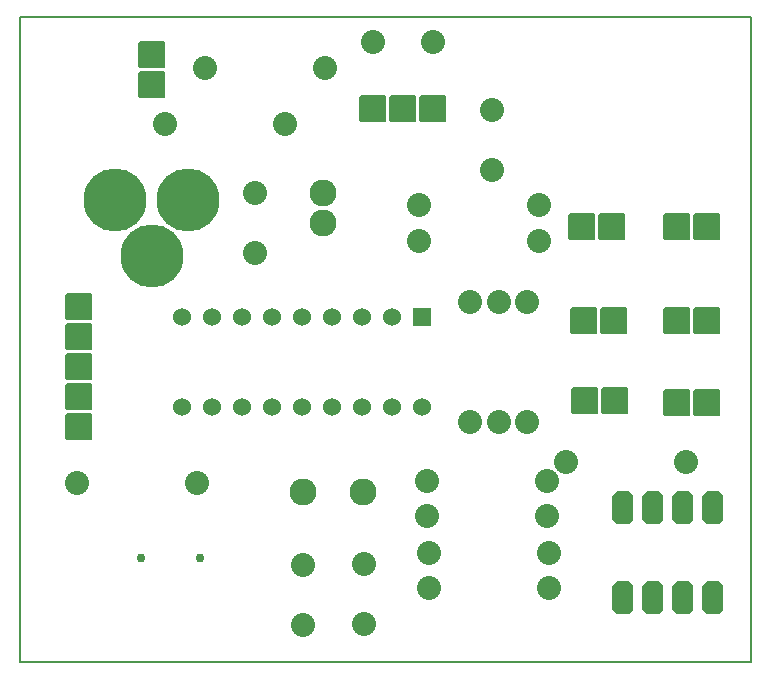
<source format=gbr>
G04 PROTEUS RS274X GERBER FILE*
%FSLAX45Y45*%
%MOMM*%
G01*
%AMPPAD012*
4,1,36,
0.635000,-0.762000,
-0.635000,-0.762000,
-0.660970,-0.759470,
-0.684980,-0.752200,
-0.706580,-0.740650,
-0.725290,-0.725290,
-0.740650,-0.706570,
-0.752200,-0.684980,
-0.759470,-0.660970,
-0.762000,-0.635000,
-0.762000,0.635000,
-0.759470,0.660970,
-0.752200,0.684980,
-0.740650,0.706570,
-0.725290,0.725290,
-0.706580,0.740650,
-0.684980,0.752200,
-0.660970,0.759470,
-0.635000,0.762000,
0.635000,0.762000,
0.660970,0.759470,
0.684980,0.752200,
0.706580,0.740650,
0.725290,0.725290,
0.740650,0.706570,
0.752200,0.684980,
0.759470,0.660970,
0.762000,0.635000,
0.762000,-0.635000,
0.759470,-0.660970,
0.752200,-0.684980,
0.740650,-0.706570,
0.725290,-0.725290,
0.706580,-0.740650,
0.684980,-0.752200,
0.660970,-0.759470,
0.635000,-0.762000,
0*%
%ADD20PPAD012*%
%ADD21C,1.524000*%
%ADD14C,2.032000*%
%ADD22C,2.286000*%
%AMPPAD015*
4,1,8,
-0.509800,1.397000,
0.509800,1.397000,
0.889000,1.017800,
0.889000,-1.017800,
0.509800,-1.397000,
-0.509800,-1.397000,
-0.889000,-1.017800,
-0.889000,1.017800,
-0.509800,1.397000,
0*%
%ADD23PPAD015*%
%AMPPAD016*
4,1,36,
-1.016000,1.143000,
1.016000,1.143000,
1.041970,1.140470,
1.065980,1.133200,
1.087580,1.121650,
1.106290,1.106290,
1.121650,1.087570,
1.133200,1.065980,
1.140470,1.041970,
1.143000,1.016000,
1.143000,-1.016000,
1.140470,-1.041970,
1.133200,-1.065980,
1.121650,-1.087570,
1.106290,-1.106290,
1.087580,-1.121650,
1.065980,-1.133200,
1.041970,-1.140470,
1.016000,-1.143000,
-1.016000,-1.143000,
-1.041970,-1.140470,
-1.065980,-1.133200,
-1.087580,-1.121650,
-1.106290,-1.106290,
-1.121650,-1.087570,
-1.133200,-1.065980,
-1.140470,-1.041970,
-1.143000,-1.016000,
-1.143000,1.016000,
-1.140470,1.041970,
-1.133200,1.065980,
-1.121650,1.087570,
-1.106290,1.106290,
-1.087580,1.121650,
-1.065980,1.133200,
-1.041970,1.140470,
-1.016000,1.143000,
0*%
%ADD24PPAD016*%
%AMPPAD017*
4,1,36,
1.143000,1.016000,
1.143000,-1.016000,
1.140470,-1.041970,
1.133200,-1.065980,
1.121650,-1.087580,
1.106290,-1.106290,
1.087570,-1.121650,
1.065980,-1.133200,
1.041970,-1.140470,
1.016000,-1.143000,
-1.016000,-1.143000,
-1.041970,-1.140470,
-1.065980,-1.133200,
-1.087570,-1.121650,
-1.106290,-1.106290,
-1.121650,-1.087580,
-1.133200,-1.065980,
-1.140470,-1.041970,
-1.143000,-1.016000,
-1.143000,1.016000,
-1.140470,1.041970,
-1.133200,1.065980,
-1.121650,1.087580,
-1.106290,1.106290,
-1.087570,1.121650,
-1.065980,1.133200,
-1.041970,1.140470,
-1.016000,1.143000,
1.016000,1.143000,
1.041970,1.140470,
1.065980,1.133200,
1.087570,1.121650,
1.106290,1.106290,
1.121650,1.087580,
1.133200,1.065980,
1.140470,1.041970,
1.143000,1.016000,
0*%
%ADD25PPAD017*%
%ADD26C,5.334000*%
%ADD27C,0.750000*%
%ADD19C,0.203200*%
D20*
X-2390000Y+760000D03*
D21*
X-2644000Y+760000D03*
X-2898000Y+760000D03*
X-3152000Y+760000D03*
X-3406000Y+760000D03*
X-3660000Y+760000D03*
X-3914000Y+760000D03*
X-4168000Y+760000D03*
X-4422000Y+760000D03*
X-4422000Y-2000D03*
X-4168000Y-2000D03*
X-3914000Y-2000D03*
X-3660000Y-2000D03*
X-3406000Y-2000D03*
X-3152000Y-2000D03*
X-2898000Y-2000D03*
X-2644000Y-2000D03*
X-2390000Y-2000D03*
D14*
X-1990000Y-130000D03*
X-1990000Y+886000D03*
X-1740000Y-130000D03*
X-1740000Y+886000D03*
X-1500000Y-130000D03*
X-1500000Y+886000D03*
X-1320000Y-1540000D03*
X-2336000Y-1540000D03*
X-1320000Y-1240000D03*
X-2336000Y-1240000D03*
X-1330000Y-930000D03*
X-2346000Y-930000D03*
X-1330000Y-630000D03*
X-2346000Y-630000D03*
D22*
X-2890000Y-720000D03*
X-3398000Y-720000D03*
D14*
X-2880000Y-1840000D03*
X-2880000Y-1332000D03*
X-3400000Y-1850000D03*
X-3400000Y-1342000D03*
X-2300000Y+3089040D03*
X-2808000Y+3089040D03*
D23*
X-690000Y-1620000D03*
X-436000Y-1620000D03*
X-182000Y-1620000D03*
X+72000Y-1620000D03*
X+72000Y-858000D03*
X-182000Y-858000D03*
X-436000Y-858000D03*
X-690000Y-858000D03*
D24*
X-1040000Y+1520000D03*
X-786000Y+1520000D03*
X-230000Y+1520000D03*
X+24000Y+1520000D03*
X-1020000Y+720000D03*
X-766000Y+720000D03*
X-230000Y+720000D03*
X+24000Y+720000D03*
X-1008500Y+48500D03*
X-754500Y+48500D03*
X-230000Y+30000D03*
X+24000Y+30000D03*
D14*
X-1170000Y-470000D03*
X-154000Y-470000D03*
X-2420000Y+1710000D03*
X-1404000Y+1710000D03*
X-2420000Y+1400000D03*
X-1404000Y+1400000D03*
X-5310000Y-650000D03*
X-4294000Y-650000D03*
D25*
X-5300000Y+840000D03*
X-5300000Y+586000D03*
X-5300000Y+332000D03*
X-5300000Y+78000D03*
X-5300000Y-176000D03*
D26*
X-4990000Y+1750000D03*
X-4675040Y+1277560D03*
X-4372780Y+1750000D03*
D14*
X-4566000Y+2390000D03*
X-3550000Y+2390000D03*
D25*
X-4680000Y+2720000D03*
X-4680000Y+2974000D03*
D14*
X-4230000Y+2870000D03*
X-3214000Y+2870000D03*
D24*
X-2804000Y+2520000D03*
X-2550000Y+2520000D03*
X-2296000Y+2520000D03*
D14*
X-3810000Y+1810000D03*
X-3810000Y+1302000D03*
D22*
X-3230000Y+1810000D03*
X-3230000Y+1556000D03*
D14*
X-1800000Y+2000000D03*
X-1800000Y+2508000D03*
D27*
X-4770000Y-1280000D03*
X-4270000Y-1280000D03*
D19*
X-5800000Y-2160000D02*
X+390000Y-2160000D01*
X+390000Y+3300000D01*
X-5800000Y+3300000D01*
X-5800000Y-2160000D01*
M02*

</source>
